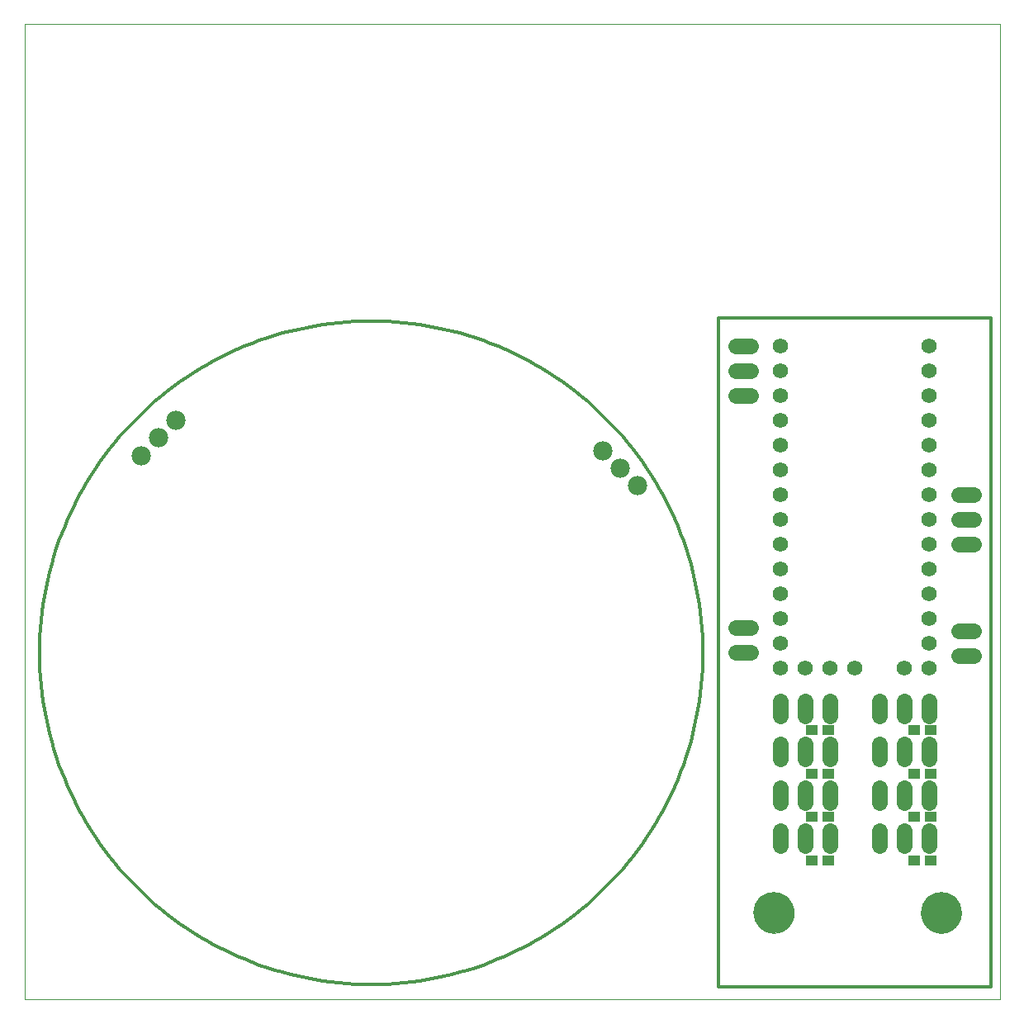
<source format=gbs>
G75*
%MOIN*%
%OFA0B0*%
%FSLAX25Y25*%
%IPPOS*%
%LPD*%
%AMOC8*
5,1,8,0,0,1.08239X$1,22.5*
%
%ADD10C,0.00000*%
%ADD11C,0.01200*%
%ADD12C,0.16542*%
%ADD13C,0.07800*%
%ADD14C,0.06200*%
%ADD15C,0.06400*%
%ADD16R,0.04731X0.04337*%
D10*
X0001000Y0001000D02*
X0001000Y0394701D01*
X0394701Y0394701D01*
X0394701Y0001000D01*
X0001000Y0001000D01*
X0295429Y0036000D02*
X0295431Y0036198D01*
X0295439Y0036396D01*
X0295451Y0036594D01*
X0295468Y0036791D01*
X0295490Y0036988D01*
X0295516Y0037184D01*
X0295548Y0037380D01*
X0295584Y0037575D01*
X0295625Y0037768D01*
X0295671Y0037961D01*
X0295721Y0038153D01*
X0295777Y0038343D01*
X0295836Y0038532D01*
X0295901Y0038719D01*
X0295970Y0038905D01*
X0296043Y0039089D01*
X0296121Y0039271D01*
X0296204Y0039451D01*
X0296291Y0039629D01*
X0296382Y0039805D01*
X0296478Y0039978D01*
X0296577Y0040149D01*
X0296681Y0040318D01*
X0296789Y0040484D01*
X0296901Y0040647D01*
X0297017Y0040808D01*
X0297137Y0040966D01*
X0297261Y0041120D01*
X0297389Y0041272D01*
X0297520Y0041420D01*
X0297655Y0041565D01*
X0297793Y0041707D01*
X0297935Y0041845D01*
X0298080Y0041980D01*
X0298228Y0042111D01*
X0298380Y0042239D01*
X0298534Y0042363D01*
X0298692Y0042483D01*
X0298853Y0042599D01*
X0299016Y0042711D01*
X0299182Y0042819D01*
X0299351Y0042923D01*
X0299522Y0043022D01*
X0299695Y0043118D01*
X0299871Y0043209D01*
X0300049Y0043296D01*
X0300229Y0043379D01*
X0300411Y0043457D01*
X0300595Y0043530D01*
X0300781Y0043599D01*
X0300968Y0043664D01*
X0301157Y0043723D01*
X0301347Y0043779D01*
X0301539Y0043829D01*
X0301732Y0043875D01*
X0301925Y0043916D01*
X0302120Y0043952D01*
X0302316Y0043984D01*
X0302512Y0044010D01*
X0302709Y0044032D01*
X0302906Y0044049D01*
X0303104Y0044061D01*
X0303302Y0044069D01*
X0303500Y0044071D01*
X0303698Y0044069D01*
X0303896Y0044061D01*
X0304094Y0044049D01*
X0304291Y0044032D01*
X0304488Y0044010D01*
X0304684Y0043984D01*
X0304880Y0043952D01*
X0305075Y0043916D01*
X0305268Y0043875D01*
X0305461Y0043829D01*
X0305653Y0043779D01*
X0305843Y0043723D01*
X0306032Y0043664D01*
X0306219Y0043599D01*
X0306405Y0043530D01*
X0306589Y0043457D01*
X0306771Y0043379D01*
X0306951Y0043296D01*
X0307129Y0043209D01*
X0307305Y0043118D01*
X0307478Y0043022D01*
X0307649Y0042923D01*
X0307818Y0042819D01*
X0307984Y0042711D01*
X0308147Y0042599D01*
X0308308Y0042483D01*
X0308466Y0042363D01*
X0308620Y0042239D01*
X0308772Y0042111D01*
X0308920Y0041980D01*
X0309065Y0041845D01*
X0309207Y0041707D01*
X0309345Y0041565D01*
X0309480Y0041420D01*
X0309611Y0041272D01*
X0309739Y0041120D01*
X0309863Y0040966D01*
X0309983Y0040808D01*
X0310099Y0040647D01*
X0310211Y0040484D01*
X0310319Y0040318D01*
X0310423Y0040149D01*
X0310522Y0039978D01*
X0310618Y0039805D01*
X0310709Y0039629D01*
X0310796Y0039451D01*
X0310879Y0039271D01*
X0310957Y0039089D01*
X0311030Y0038905D01*
X0311099Y0038719D01*
X0311164Y0038532D01*
X0311223Y0038343D01*
X0311279Y0038153D01*
X0311329Y0037961D01*
X0311375Y0037768D01*
X0311416Y0037575D01*
X0311452Y0037380D01*
X0311484Y0037184D01*
X0311510Y0036988D01*
X0311532Y0036791D01*
X0311549Y0036594D01*
X0311561Y0036396D01*
X0311569Y0036198D01*
X0311571Y0036000D01*
X0311569Y0035802D01*
X0311561Y0035604D01*
X0311549Y0035406D01*
X0311532Y0035209D01*
X0311510Y0035012D01*
X0311484Y0034816D01*
X0311452Y0034620D01*
X0311416Y0034425D01*
X0311375Y0034232D01*
X0311329Y0034039D01*
X0311279Y0033847D01*
X0311223Y0033657D01*
X0311164Y0033468D01*
X0311099Y0033281D01*
X0311030Y0033095D01*
X0310957Y0032911D01*
X0310879Y0032729D01*
X0310796Y0032549D01*
X0310709Y0032371D01*
X0310618Y0032195D01*
X0310522Y0032022D01*
X0310423Y0031851D01*
X0310319Y0031682D01*
X0310211Y0031516D01*
X0310099Y0031353D01*
X0309983Y0031192D01*
X0309863Y0031034D01*
X0309739Y0030880D01*
X0309611Y0030728D01*
X0309480Y0030580D01*
X0309345Y0030435D01*
X0309207Y0030293D01*
X0309065Y0030155D01*
X0308920Y0030020D01*
X0308772Y0029889D01*
X0308620Y0029761D01*
X0308466Y0029637D01*
X0308308Y0029517D01*
X0308147Y0029401D01*
X0307984Y0029289D01*
X0307818Y0029181D01*
X0307649Y0029077D01*
X0307478Y0028978D01*
X0307305Y0028882D01*
X0307129Y0028791D01*
X0306951Y0028704D01*
X0306771Y0028621D01*
X0306589Y0028543D01*
X0306405Y0028470D01*
X0306219Y0028401D01*
X0306032Y0028336D01*
X0305843Y0028277D01*
X0305653Y0028221D01*
X0305461Y0028171D01*
X0305268Y0028125D01*
X0305075Y0028084D01*
X0304880Y0028048D01*
X0304684Y0028016D01*
X0304488Y0027990D01*
X0304291Y0027968D01*
X0304094Y0027951D01*
X0303896Y0027939D01*
X0303698Y0027931D01*
X0303500Y0027929D01*
X0303302Y0027931D01*
X0303104Y0027939D01*
X0302906Y0027951D01*
X0302709Y0027968D01*
X0302512Y0027990D01*
X0302316Y0028016D01*
X0302120Y0028048D01*
X0301925Y0028084D01*
X0301732Y0028125D01*
X0301539Y0028171D01*
X0301347Y0028221D01*
X0301157Y0028277D01*
X0300968Y0028336D01*
X0300781Y0028401D01*
X0300595Y0028470D01*
X0300411Y0028543D01*
X0300229Y0028621D01*
X0300049Y0028704D01*
X0299871Y0028791D01*
X0299695Y0028882D01*
X0299522Y0028978D01*
X0299351Y0029077D01*
X0299182Y0029181D01*
X0299016Y0029289D01*
X0298853Y0029401D01*
X0298692Y0029517D01*
X0298534Y0029637D01*
X0298380Y0029761D01*
X0298228Y0029889D01*
X0298080Y0030020D01*
X0297935Y0030155D01*
X0297793Y0030293D01*
X0297655Y0030435D01*
X0297520Y0030580D01*
X0297389Y0030728D01*
X0297261Y0030880D01*
X0297137Y0031034D01*
X0297017Y0031192D01*
X0296901Y0031353D01*
X0296789Y0031516D01*
X0296681Y0031682D01*
X0296577Y0031851D01*
X0296478Y0032022D01*
X0296382Y0032195D01*
X0296291Y0032371D01*
X0296204Y0032549D01*
X0296121Y0032729D01*
X0296043Y0032911D01*
X0295970Y0033095D01*
X0295901Y0033281D01*
X0295836Y0033468D01*
X0295777Y0033657D01*
X0295721Y0033847D01*
X0295671Y0034039D01*
X0295625Y0034232D01*
X0295584Y0034425D01*
X0295548Y0034620D01*
X0295516Y0034816D01*
X0295490Y0035012D01*
X0295468Y0035209D01*
X0295451Y0035406D01*
X0295439Y0035604D01*
X0295431Y0035802D01*
X0295429Y0036000D01*
X0362929Y0036000D02*
X0362931Y0036198D01*
X0362939Y0036396D01*
X0362951Y0036594D01*
X0362968Y0036791D01*
X0362990Y0036988D01*
X0363016Y0037184D01*
X0363048Y0037380D01*
X0363084Y0037575D01*
X0363125Y0037768D01*
X0363171Y0037961D01*
X0363221Y0038153D01*
X0363277Y0038343D01*
X0363336Y0038532D01*
X0363401Y0038719D01*
X0363470Y0038905D01*
X0363543Y0039089D01*
X0363621Y0039271D01*
X0363704Y0039451D01*
X0363791Y0039629D01*
X0363882Y0039805D01*
X0363978Y0039978D01*
X0364077Y0040149D01*
X0364181Y0040318D01*
X0364289Y0040484D01*
X0364401Y0040647D01*
X0364517Y0040808D01*
X0364637Y0040966D01*
X0364761Y0041120D01*
X0364889Y0041272D01*
X0365020Y0041420D01*
X0365155Y0041565D01*
X0365293Y0041707D01*
X0365435Y0041845D01*
X0365580Y0041980D01*
X0365728Y0042111D01*
X0365880Y0042239D01*
X0366034Y0042363D01*
X0366192Y0042483D01*
X0366353Y0042599D01*
X0366516Y0042711D01*
X0366682Y0042819D01*
X0366851Y0042923D01*
X0367022Y0043022D01*
X0367195Y0043118D01*
X0367371Y0043209D01*
X0367549Y0043296D01*
X0367729Y0043379D01*
X0367911Y0043457D01*
X0368095Y0043530D01*
X0368281Y0043599D01*
X0368468Y0043664D01*
X0368657Y0043723D01*
X0368847Y0043779D01*
X0369039Y0043829D01*
X0369232Y0043875D01*
X0369425Y0043916D01*
X0369620Y0043952D01*
X0369816Y0043984D01*
X0370012Y0044010D01*
X0370209Y0044032D01*
X0370406Y0044049D01*
X0370604Y0044061D01*
X0370802Y0044069D01*
X0371000Y0044071D01*
X0371198Y0044069D01*
X0371396Y0044061D01*
X0371594Y0044049D01*
X0371791Y0044032D01*
X0371988Y0044010D01*
X0372184Y0043984D01*
X0372380Y0043952D01*
X0372575Y0043916D01*
X0372768Y0043875D01*
X0372961Y0043829D01*
X0373153Y0043779D01*
X0373343Y0043723D01*
X0373532Y0043664D01*
X0373719Y0043599D01*
X0373905Y0043530D01*
X0374089Y0043457D01*
X0374271Y0043379D01*
X0374451Y0043296D01*
X0374629Y0043209D01*
X0374805Y0043118D01*
X0374978Y0043022D01*
X0375149Y0042923D01*
X0375318Y0042819D01*
X0375484Y0042711D01*
X0375647Y0042599D01*
X0375808Y0042483D01*
X0375966Y0042363D01*
X0376120Y0042239D01*
X0376272Y0042111D01*
X0376420Y0041980D01*
X0376565Y0041845D01*
X0376707Y0041707D01*
X0376845Y0041565D01*
X0376980Y0041420D01*
X0377111Y0041272D01*
X0377239Y0041120D01*
X0377363Y0040966D01*
X0377483Y0040808D01*
X0377599Y0040647D01*
X0377711Y0040484D01*
X0377819Y0040318D01*
X0377923Y0040149D01*
X0378022Y0039978D01*
X0378118Y0039805D01*
X0378209Y0039629D01*
X0378296Y0039451D01*
X0378379Y0039271D01*
X0378457Y0039089D01*
X0378530Y0038905D01*
X0378599Y0038719D01*
X0378664Y0038532D01*
X0378723Y0038343D01*
X0378779Y0038153D01*
X0378829Y0037961D01*
X0378875Y0037768D01*
X0378916Y0037575D01*
X0378952Y0037380D01*
X0378984Y0037184D01*
X0379010Y0036988D01*
X0379032Y0036791D01*
X0379049Y0036594D01*
X0379061Y0036396D01*
X0379069Y0036198D01*
X0379071Y0036000D01*
X0379069Y0035802D01*
X0379061Y0035604D01*
X0379049Y0035406D01*
X0379032Y0035209D01*
X0379010Y0035012D01*
X0378984Y0034816D01*
X0378952Y0034620D01*
X0378916Y0034425D01*
X0378875Y0034232D01*
X0378829Y0034039D01*
X0378779Y0033847D01*
X0378723Y0033657D01*
X0378664Y0033468D01*
X0378599Y0033281D01*
X0378530Y0033095D01*
X0378457Y0032911D01*
X0378379Y0032729D01*
X0378296Y0032549D01*
X0378209Y0032371D01*
X0378118Y0032195D01*
X0378022Y0032022D01*
X0377923Y0031851D01*
X0377819Y0031682D01*
X0377711Y0031516D01*
X0377599Y0031353D01*
X0377483Y0031192D01*
X0377363Y0031034D01*
X0377239Y0030880D01*
X0377111Y0030728D01*
X0376980Y0030580D01*
X0376845Y0030435D01*
X0376707Y0030293D01*
X0376565Y0030155D01*
X0376420Y0030020D01*
X0376272Y0029889D01*
X0376120Y0029761D01*
X0375966Y0029637D01*
X0375808Y0029517D01*
X0375647Y0029401D01*
X0375484Y0029289D01*
X0375318Y0029181D01*
X0375149Y0029077D01*
X0374978Y0028978D01*
X0374805Y0028882D01*
X0374629Y0028791D01*
X0374451Y0028704D01*
X0374271Y0028621D01*
X0374089Y0028543D01*
X0373905Y0028470D01*
X0373719Y0028401D01*
X0373532Y0028336D01*
X0373343Y0028277D01*
X0373153Y0028221D01*
X0372961Y0028171D01*
X0372768Y0028125D01*
X0372575Y0028084D01*
X0372380Y0028048D01*
X0372184Y0028016D01*
X0371988Y0027990D01*
X0371791Y0027968D01*
X0371594Y0027951D01*
X0371396Y0027939D01*
X0371198Y0027931D01*
X0371000Y0027929D01*
X0370802Y0027931D01*
X0370604Y0027939D01*
X0370406Y0027951D01*
X0370209Y0027968D01*
X0370012Y0027990D01*
X0369816Y0028016D01*
X0369620Y0028048D01*
X0369425Y0028084D01*
X0369232Y0028125D01*
X0369039Y0028171D01*
X0368847Y0028221D01*
X0368657Y0028277D01*
X0368468Y0028336D01*
X0368281Y0028401D01*
X0368095Y0028470D01*
X0367911Y0028543D01*
X0367729Y0028621D01*
X0367549Y0028704D01*
X0367371Y0028791D01*
X0367195Y0028882D01*
X0367022Y0028978D01*
X0366851Y0029077D01*
X0366682Y0029181D01*
X0366516Y0029289D01*
X0366353Y0029401D01*
X0366192Y0029517D01*
X0366034Y0029637D01*
X0365880Y0029761D01*
X0365728Y0029889D01*
X0365580Y0030020D01*
X0365435Y0030155D01*
X0365293Y0030293D01*
X0365155Y0030435D01*
X0365020Y0030580D01*
X0364889Y0030728D01*
X0364761Y0030880D01*
X0364637Y0031034D01*
X0364517Y0031192D01*
X0364401Y0031353D01*
X0364289Y0031516D01*
X0364181Y0031682D01*
X0364077Y0031851D01*
X0363978Y0032022D01*
X0363882Y0032195D01*
X0363791Y0032371D01*
X0363704Y0032549D01*
X0363621Y0032729D01*
X0363543Y0032911D01*
X0363470Y0033095D01*
X0363401Y0033281D01*
X0363336Y0033468D01*
X0363277Y0033657D01*
X0363221Y0033847D01*
X0363171Y0034039D01*
X0363125Y0034232D01*
X0363084Y0034425D01*
X0363048Y0034620D01*
X0363016Y0034816D01*
X0362990Y0035012D01*
X0362968Y0035209D01*
X0362951Y0035406D01*
X0362939Y0035604D01*
X0362931Y0035802D01*
X0362929Y0036000D01*
D11*
X0391000Y0006000D02*
X0281000Y0006000D01*
X0281000Y0276000D01*
X0391000Y0276000D01*
X0391000Y0006000D01*
X0007142Y0141000D02*
X0007182Y0144285D01*
X0007303Y0147568D01*
X0007505Y0150847D01*
X0007787Y0154120D01*
X0008149Y0157386D01*
X0008591Y0160641D01*
X0009113Y0163885D01*
X0009714Y0167114D01*
X0010394Y0170328D01*
X0011154Y0173525D01*
X0011991Y0176702D01*
X0012906Y0179857D01*
X0013898Y0182989D01*
X0014967Y0186095D01*
X0016111Y0189175D01*
X0017331Y0192225D01*
X0018626Y0195245D01*
X0019994Y0198232D01*
X0021435Y0201184D01*
X0022948Y0204100D01*
X0024532Y0206978D01*
X0026186Y0209817D01*
X0027910Y0212614D01*
X0029701Y0215368D01*
X0031560Y0218077D01*
X0033484Y0220739D01*
X0035474Y0223354D01*
X0037526Y0225919D01*
X0039642Y0228432D01*
X0041818Y0230894D01*
X0044054Y0233301D01*
X0046348Y0235652D01*
X0048699Y0237946D01*
X0051106Y0240182D01*
X0053568Y0242358D01*
X0056081Y0244474D01*
X0058646Y0246526D01*
X0061261Y0248516D01*
X0063923Y0250440D01*
X0066632Y0252299D01*
X0069386Y0254090D01*
X0072183Y0255814D01*
X0075022Y0257468D01*
X0077900Y0259052D01*
X0080816Y0260565D01*
X0083768Y0262006D01*
X0086755Y0263374D01*
X0089775Y0264669D01*
X0092825Y0265889D01*
X0095905Y0267033D01*
X0099011Y0268102D01*
X0102143Y0269094D01*
X0105298Y0270009D01*
X0108475Y0270846D01*
X0111672Y0271606D01*
X0114886Y0272286D01*
X0118115Y0272887D01*
X0121359Y0273409D01*
X0124614Y0273851D01*
X0127880Y0274213D01*
X0131153Y0274495D01*
X0134432Y0274697D01*
X0137715Y0274818D01*
X0141000Y0274858D01*
X0144285Y0274818D01*
X0147568Y0274697D01*
X0150847Y0274495D01*
X0154120Y0274213D01*
X0157386Y0273851D01*
X0160641Y0273409D01*
X0163885Y0272887D01*
X0167114Y0272286D01*
X0170328Y0271606D01*
X0173525Y0270846D01*
X0176702Y0270009D01*
X0179857Y0269094D01*
X0182989Y0268102D01*
X0186095Y0267033D01*
X0189175Y0265889D01*
X0192225Y0264669D01*
X0195245Y0263374D01*
X0198232Y0262006D01*
X0201184Y0260565D01*
X0204100Y0259052D01*
X0206978Y0257468D01*
X0209817Y0255814D01*
X0212614Y0254090D01*
X0215368Y0252299D01*
X0218077Y0250440D01*
X0220739Y0248516D01*
X0223354Y0246526D01*
X0225919Y0244474D01*
X0228432Y0242358D01*
X0230894Y0240182D01*
X0233301Y0237946D01*
X0235652Y0235652D01*
X0237946Y0233301D01*
X0240182Y0230894D01*
X0242358Y0228432D01*
X0244474Y0225919D01*
X0246526Y0223354D01*
X0248516Y0220739D01*
X0250440Y0218077D01*
X0252299Y0215368D01*
X0254090Y0212614D01*
X0255814Y0209817D01*
X0257468Y0206978D01*
X0259052Y0204100D01*
X0260565Y0201184D01*
X0262006Y0198232D01*
X0263374Y0195245D01*
X0264669Y0192225D01*
X0265889Y0189175D01*
X0267033Y0186095D01*
X0268102Y0182989D01*
X0269094Y0179857D01*
X0270009Y0176702D01*
X0270846Y0173525D01*
X0271606Y0170328D01*
X0272286Y0167114D01*
X0272887Y0163885D01*
X0273409Y0160641D01*
X0273851Y0157386D01*
X0274213Y0154120D01*
X0274495Y0150847D01*
X0274697Y0147568D01*
X0274818Y0144285D01*
X0274858Y0141000D01*
X0274818Y0137715D01*
X0274697Y0134432D01*
X0274495Y0131153D01*
X0274213Y0127880D01*
X0273851Y0124614D01*
X0273409Y0121359D01*
X0272887Y0118115D01*
X0272286Y0114886D01*
X0271606Y0111672D01*
X0270846Y0108475D01*
X0270009Y0105298D01*
X0269094Y0102143D01*
X0268102Y0099011D01*
X0267033Y0095905D01*
X0265889Y0092825D01*
X0264669Y0089775D01*
X0263374Y0086755D01*
X0262006Y0083768D01*
X0260565Y0080816D01*
X0259052Y0077900D01*
X0257468Y0075022D01*
X0255814Y0072183D01*
X0254090Y0069386D01*
X0252299Y0066632D01*
X0250440Y0063923D01*
X0248516Y0061261D01*
X0246526Y0058646D01*
X0244474Y0056081D01*
X0242358Y0053568D01*
X0240182Y0051106D01*
X0237946Y0048699D01*
X0235652Y0046348D01*
X0233301Y0044054D01*
X0230894Y0041818D01*
X0228432Y0039642D01*
X0225919Y0037526D01*
X0223354Y0035474D01*
X0220739Y0033484D01*
X0218077Y0031560D01*
X0215368Y0029701D01*
X0212614Y0027910D01*
X0209817Y0026186D01*
X0206978Y0024532D01*
X0204100Y0022948D01*
X0201184Y0021435D01*
X0198232Y0019994D01*
X0195245Y0018626D01*
X0192225Y0017331D01*
X0189175Y0016111D01*
X0186095Y0014967D01*
X0182989Y0013898D01*
X0179857Y0012906D01*
X0176702Y0011991D01*
X0173525Y0011154D01*
X0170328Y0010394D01*
X0167114Y0009714D01*
X0163885Y0009113D01*
X0160641Y0008591D01*
X0157386Y0008149D01*
X0154120Y0007787D01*
X0150847Y0007505D01*
X0147568Y0007303D01*
X0144285Y0007182D01*
X0141000Y0007142D01*
X0137715Y0007182D01*
X0134432Y0007303D01*
X0131153Y0007505D01*
X0127880Y0007787D01*
X0124614Y0008149D01*
X0121359Y0008591D01*
X0118115Y0009113D01*
X0114886Y0009714D01*
X0111672Y0010394D01*
X0108475Y0011154D01*
X0105298Y0011991D01*
X0102143Y0012906D01*
X0099011Y0013898D01*
X0095905Y0014967D01*
X0092825Y0016111D01*
X0089775Y0017331D01*
X0086755Y0018626D01*
X0083768Y0019994D01*
X0080816Y0021435D01*
X0077900Y0022948D01*
X0075022Y0024532D01*
X0072183Y0026186D01*
X0069386Y0027910D01*
X0066632Y0029701D01*
X0063923Y0031560D01*
X0061261Y0033484D01*
X0058646Y0035474D01*
X0056081Y0037526D01*
X0053568Y0039642D01*
X0051106Y0041818D01*
X0048699Y0044054D01*
X0046348Y0046348D01*
X0044054Y0048699D01*
X0041818Y0051106D01*
X0039642Y0053568D01*
X0037526Y0056081D01*
X0035474Y0058646D01*
X0033484Y0061261D01*
X0031560Y0063923D01*
X0029701Y0066632D01*
X0027910Y0069386D01*
X0026186Y0072183D01*
X0024532Y0075022D01*
X0022948Y0077900D01*
X0021435Y0080816D01*
X0019994Y0083768D01*
X0018626Y0086755D01*
X0017331Y0089775D01*
X0016111Y0092825D01*
X0014967Y0095905D01*
X0013898Y0099011D01*
X0012906Y0102143D01*
X0011991Y0105298D01*
X0011154Y0108475D01*
X0010394Y0111672D01*
X0009714Y0114886D01*
X0009113Y0118115D01*
X0008591Y0121359D01*
X0008149Y0124614D01*
X0007787Y0127880D01*
X0007505Y0131153D01*
X0007303Y0134432D01*
X0007182Y0137715D01*
X0007142Y0141000D01*
D12*
X0303500Y0036000D03*
X0371000Y0036000D03*
D13*
X0248500Y0208500D03*
X0241429Y0215571D03*
X0234358Y0222642D03*
X0062250Y0234750D03*
X0055179Y0227679D03*
X0048108Y0220608D03*
D14*
X0306000Y0224750D03*
X0306000Y0214750D03*
X0306000Y0204750D03*
X0306000Y0194750D03*
X0306000Y0184750D03*
X0306000Y0174750D03*
X0306000Y0164750D03*
X0306000Y0154750D03*
X0306000Y0144750D03*
X0306000Y0134750D03*
X0316000Y0134750D03*
X0326000Y0134750D03*
X0336000Y0134750D03*
X0356000Y0134750D03*
X0366000Y0134750D03*
X0366000Y0144750D03*
X0366000Y0154750D03*
X0366000Y0164750D03*
X0366000Y0174750D03*
X0366000Y0184750D03*
X0366000Y0194750D03*
X0366000Y0204750D03*
X0366000Y0214750D03*
X0366000Y0224750D03*
X0366000Y0234750D03*
X0366000Y0244750D03*
X0366000Y0254750D03*
X0366000Y0264750D03*
X0306000Y0264750D03*
X0306000Y0254750D03*
X0306000Y0244750D03*
X0306000Y0234750D03*
D15*
X0294000Y0244750D02*
X0288000Y0244750D01*
X0288000Y0254750D02*
X0294000Y0254750D01*
X0294000Y0264750D02*
X0288000Y0264750D01*
X0378000Y0204750D02*
X0384000Y0204750D01*
X0384000Y0194750D02*
X0378000Y0194750D01*
X0378000Y0184750D02*
X0384000Y0184750D01*
X0384000Y0149750D02*
X0378000Y0149750D01*
X0378000Y0139750D02*
X0384000Y0139750D01*
X0366000Y0121500D02*
X0366000Y0115500D01*
X0356000Y0115500D02*
X0356000Y0121500D01*
X0346000Y0121500D02*
X0346000Y0115500D01*
X0346000Y0104000D02*
X0346000Y0098000D01*
X0356000Y0098000D02*
X0356000Y0104000D01*
X0366000Y0104000D02*
X0366000Y0098000D01*
X0366000Y0086500D02*
X0366000Y0080500D01*
X0356000Y0080500D02*
X0356000Y0086500D01*
X0346000Y0086500D02*
X0346000Y0080500D01*
X0346000Y0069000D02*
X0346000Y0063000D01*
X0356000Y0063000D02*
X0356000Y0069000D01*
X0366000Y0069000D02*
X0366000Y0063000D01*
X0326000Y0063000D02*
X0326000Y0069000D01*
X0316000Y0069000D02*
X0316000Y0063000D01*
X0306000Y0063000D02*
X0306000Y0069000D01*
X0306000Y0080500D02*
X0306000Y0086500D01*
X0316000Y0086500D02*
X0316000Y0080500D01*
X0326000Y0080500D02*
X0326000Y0086500D01*
X0326000Y0098000D02*
X0326000Y0104000D01*
X0316000Y0104000D02*
X0316000Y0098000D01*
X0306000Y0098000D02*
X0306000Y0104000D01*
X0306000Y0115500D02*
X0306000Y0121500D01*
X0316000Y0121500D02*
X0316000Y0115500D01*
X0326000Y0115500D02*
X0326000Y0121500D01*
X0294000Y0141000D02*
X0288000Y0141000D01*
X0288000Y0151000D02*
X0294000Y0151000D01*
D16*
X0318904Y0109750D03*
X0325596Y0109750D03*
X0325596Y0092250D03*
X0318904Y0092250D03*
X0318904Y0074750D03*
X0325596Y0074750D03*
X0325596Y0057250D03*
X0318904Y0057250D03*
X0360154Y0057250D03*
X0366846Y0057250D03*
X0366846Y0074750D03*
X0360154Y0074750D03*
X0360154Y0092250D03*
X0366846Y0092250D03*
X0366846Y0109750D03*
X0360154Y0109750D03*
M02*

</source>
